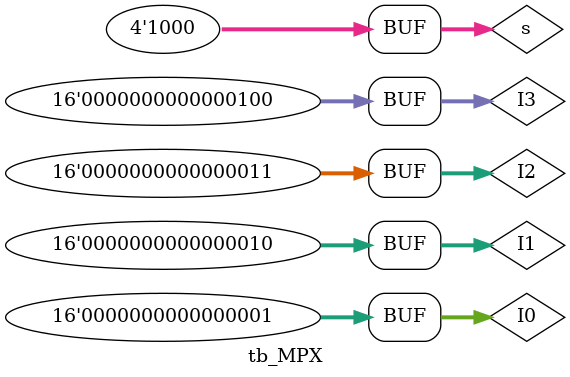
<source format=v>
`timescale 1ns / 1ps


module tb_MPX;

	// Inputs
	reg [15:0] I0;
	reg [15:0] I1;
	reg [15:0] I2;
	reg [15:0] I3;
	reg [3:0] s;

	// Outputs
	wire [15:0] out;

	// Instantiate the Unit Under Test (UUT)
	MPX uut (
		.I0(I0), 
		.I1(I1), 
		.I2(I2), 
		.I3(I3), 
		.s(s), 
		.out(out)
	);

	initial begin
		// Initialize Inputs
		I0 = 0;
		I1 = 0;
		I2 = 0;
		I3 = 0;
		s = 0;

		// Wait 100 ns for global reset to finish
		#100;
		I0 = 1;
		I1 = 2;
		I2 = 3;
		I3 = 4;
		#10
		s = 4'b0001;
		#10
		s = 4'b0010;
		#10
		s = 4'b0100;
		#10
		s = 4'b1000;
        
		// Add stimulus here

	end
      
endmodule


</source>
